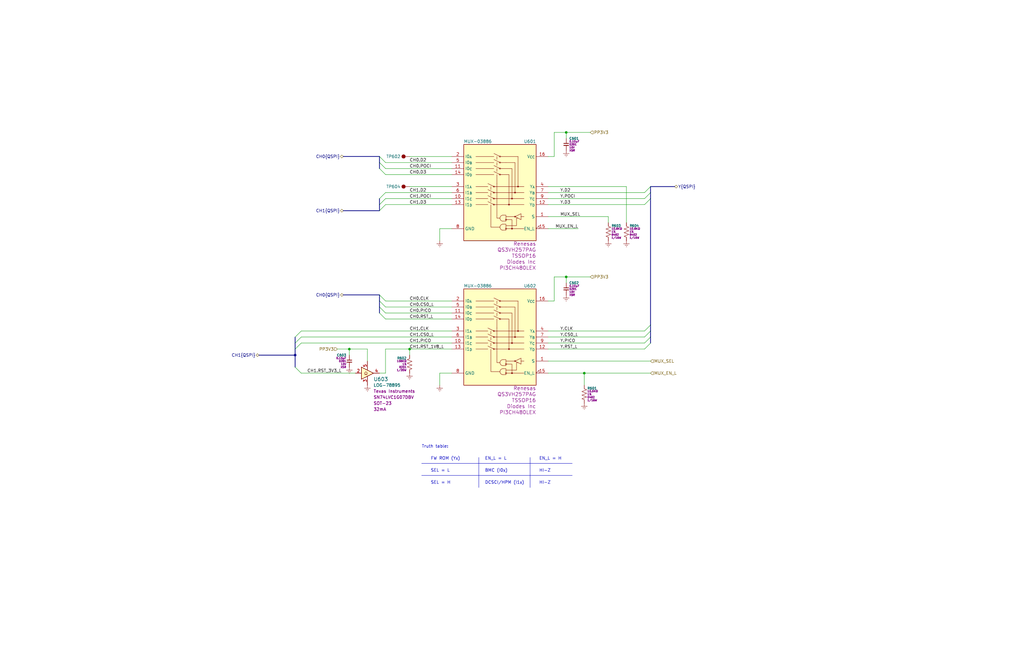
<source format=kicad_sch>
(kicad_sch (version 20231120) (generator "eeschema") (generator_version "8.0")
  (paper "B")
  (title_block (title "${PROJ}") (rev "${REV}") (company "${RPN}") (comment 1 "QSPI MUX"))
  (lib_symbols
    (symbol "Capacitors, ceramic, Murata:CCM-610AA" (pin_numbers hide) (pin_names (offset 0) hide)
      (property "Reference" "C" (at 1.27 2.54 0))
      (property "val" "0.10µF" (at 1.27 1.27 0))
      (property "pkg" "0201" (at 1.27 0 0))
      (property "volt" "10V" (at 1.27 -1.27 0))
      (property "type" "X5R" (at 1.27 -2.54 0))
      (symbol "CCM-610AA_1_1"
        (polyline (pts (xy -1.016 -0.423) (xy 1.016 -0.423)) (stroke (width 0.3302)))
        (polyline (pts (xy -1.016 0.423) (xy 1.016 0.423)) (stroke (width 0.3048)))
        (pin passive line (at 0 2.54 270) (length 2.032) (name "~") (number "1"))
        (pin passive line (at 0 -2.54 90) (length 2.032) (name "~") (number "2"))
      )
    )
    (symbol "Logics:LOG-78895"
      (property "Reference" "U" (at -10.16 8.89 0))
      (property "Value" "LOG-78895" (at 10.16 8.89 0))
      (property "mfr" "Texas Instruments" (at -10.16 -8.89 0))
      (property "mpn" "SN74LVC1G07DBV" (at -10.16 -11.43 0))
      (property "pkg" "SOT-23" (at -10.16 -13.97 0))
      (property "IOL_max" "32mA" (at -10.16 -16.51 0))
      (symbol "LOG-78895_0_1"
        (polyline (pts (xy -1.27 -0.635) (xy 0 -0.635)))
        (polyline (pts (xy -2.54 2.54) (xy -2.54 -2.54) (xy 3.81 0) (xy -2.54 2.54)) (stroke (width 0.254)))
        (polyline (pts (xy -0.635 0.635) (xy -1.27 0) (xy -0.635 -0.635) (xy 0 0) (xy -0.635 0.635)))
      )
      (symbol "LOG-78895_0_2"
        (polyline (pts (xy -1.27 -0.635) (xy 0 -0.635)))
        (polyline (pts (xy -0.635 0.635) (xy -1.27 0) (xy -0.635 -0.635) (xy 0 0) (xy -0.635 0.635)))
      )
      (symbol "LOG-78895_1_1"
        (rectangle (start -10.16 7.62) (end 10.16 -7.62) (fill (type background)))
        (pin no_connect line (at -15.24 5.08 0) (length 5.08) (name "NC") (number "1"))
        (pin input line (at -15.24 0 0) (length 5.08) (name "A") (number "2"))
        (pin power_in line (at -15.24 -5.08 0) (length 5.08) (name "GND") (number "3"))
        (pin open_collector line (at 15.24 0 180) (length 5.08) (name "Y") (number "4"))
        (pin power_in line (at 15.24 5.08 180) (length 5.08) (name "V_{CC}") (number "5"))
      )
      (symbol "LOG-78895_1_2"
        (polyline (pts (xy -2.54 2.54) (xy -2.54 -2.54) (xy 2.54 0) (xy -2.54 2.54)) (stroke (width 0.254)) (fill (type background)))
        (pin no_connect line (at -3.81 0 0) (length 0) hide (name "NC") (number "1"))
        (pin input line (at -5.08 0 0) (length 2.54) (name "A") (number "2"))
        (pin power_in line (at 0 -5.08 90) (length 3.81) (name "GND") (number "3"))
        (pin open_collector line (at 5.08 0 180) (length 2.54) (name "Y") (number "4"))
        (pin power_in line (at 0 5.08 270) (length 3.81) (name "V_{CC}") (number "5"))
      )
    )
    (symbol "Mechanical:TST-01025" (pin_numbers hide) (pin_names (offset 1.016) hide) (in_bom no)
      (property "Reference" "TP" (at 3.81 0 0))
      (symbol "TST-01025_0_1"
        (circle (center 2.54 0) (radius 0.762) (fill (type outline)))
      )
      (symbol "TST-01025_1_1"
        (pin passive line (at 0 0 0) (length 2.54) (name "~") (number "1"))
      )
    )
    (symbol "Mux and analog switches:MUX-03886"
      (property "Reference" "U" (at -15.24 21.59 0))
      (property "Value" "MUX-03886" (at 15.24 21.59 0))
      (property "mfr" "Renesas" (at -15.24 -21.59 0))
      (property "mpn" "QS3VH257PAG" (at -15.24 -24.13 0))
      (property "mfr2" "Diodes Inc" (at -15.24 -29.21 0))
      (property "mpn2" "PI3CH480LEX" (at -15.24 -31.75 0))
      (property "pkg" "TSSOP16" (at -15.24 -26.67 0))
      (symbol "MUX-03886_0_1"
        (rectangle (start -15.24 20.32) (end 15.24 -20.32) (stroke (width 0.254)) (fill (type background)))
        (circle (center -7.62 2.54) (radius 0.254) (fill (type outline)))
        (circle (center -6.35 0) (radius 0.254) (fill (type outline)))
        (circle (center -5.08 -2.54) (radius 0.254) (fill (type outline)))
        (circle (center -3.81 -5.08) (radius 0.254) (fill (type outline)))
        (arc (start -1.27 -15.875) (mid -0.3723 -15.5027) (end 0 -14.605))
        (arc (start -1.27 -12.065) (mid -0.3723 -11.6927) (end 0 -10.795))
        (arc (start 0 -14.605) (mid -0.3724 -13.7074) (end -1.27 -13.335))
        (arc (start 0 -10.795) (mid -0.3724 -9.8974) (end -1.27 -9.525))
        (polyline (pts (xy -10.16 -10.16) (xy -8.89 -10.16)))
        (polyline (pts (xy -6.35 -10.16) (xy -2.54 -10.16)))
        (polyline (pts (xy -6.35 0) (xy -10.16 0)))
        (polyline (pts (xy -2.54 -15.24) (xy -10.16 -15.24)))
        (polyline (pts (xy -7.62 15.24) (xy -7.62 2.54) (xy -10.16 2.54)))
        (polyline (pts (xy -5.08 -15.24) (xy -5.08 -11.43) (xy -2.54 -11.43)))
        (polyline (pts (xy -2.54 12.7) (xy -6.35 12.7) (xy -6.35 0)))
        (polyline (pts (xy -7.62 -10.795) (xy -6.985 -10.795) (xy -6.985 -13.97) (xy -2.54 -13.97)))
        (polyline (pts (xy -1.27 -13.335) (xy -2.54 -13.335) (xy -2.54 -15.875) (xy -1.27 -15.875)))
        (polyline (pts (xy -1.27 -9.525) (xy -2.54 -9.525) (xy -2.54 -12.065) (xy -1.27 -12.065)))
        (polyline (pts (xy 5.08 -3.81) (xy 2.54 -5.08) (xy -3.81 -5.08) (xy -3.81 -5.08)))
        (polyline (pts (xy 5.08 -1.27) (xy 2.54 -2.54) (xy -5.08 -2.54) (xy -5.08 -2.54)))
        (polyline (pts (xy 5.08 1.27) (xy 2.54 0) (xy -6.35 0) (xy -2.54 0)))
        (polyline (pts (xy 5.08 3.81) (xy 2.54 2.54) (xy -1.27 2.54) (xy -7.62 2.54)))
      )
      (symbol "MUX-03886_1_1"
        (circle (center -6.35 -10.16) (radius 0.254))
        (circle (center -5.08 -15.24) (radius 0.254) (fill (type outline)))
        (circle (center -2.54 -15.24) (radius 0.254))
        (circle (center -2.54 -11.43) (radius 0.254))
        (polyline (pts (xy -5.08 -2.54) (xy -10.16 -2.54)))
        (polyline (pts (xy -3.81 -5.08) (xy -10.16 -5.08)))
        (polyline (pts (xy 1.27 7.62) (xy 1.27 3.81)))
        (polyline (pts (xy 1.27 10.16) (xy 1.27 8.89)))
        (polyline (pts (xy 1.27 12.7) (xy 1.27 11.43)))
        (polyline (pts (xy 1.27 15.24) (xy 1.27 13.97)))
        (polyline (pts (xy 3.81 -3.81) (xy 3.81 -2.54)))
        (polyline (pts (xy 3.81 -1.27) (xy 3.81 0)))
        (polyline (pts (xy 3.81 1.27) (xy 3.81 2.54)))
        (polyline (pts (xy 10.16 -5.08) (xy 5.08 -5.08)))
        (polyline (pts (xy 10.16 -2.54) (xy 5.08 -2.54)))
        (polyline (pts (xy 10.16 0) (xy 5.08 0)))
        (polyline (pts (xy 10.16 2.54) (xy 5.08 2.54)))
        (polyline (pts (xy 10.16 7.62) (xy 2.54 7.62)))
        (polyline (pts (xy 10.16 10.16) (xy 2.54 10.16)))
        (polyline (pts (xy 10.16 12.7) (xy 2.54 12.7)))
        (polyline (pts (xy 10.16 15.24) (xy 2.54 15.24)))
        (polyline (pts (xy -7.62 15.24) (xy 0 15.24) (xy 2.54 16.51)))
        (polyline (pts (xy -2.54 12.7) (xy 0 12.7) (xy 2.54 13.97)))
        (polyline (pts (xy 0 -14.605) (xy 3.81 -14.605) (xy 3.81 -5.08)))
        (polyline (pts (xy -6.35 -10.16) (xy -8.89 -8.89) (xy -8.89 -11.43) (xy -6.35 -10.16)))
        (polyline (pts (xy -5.08 -2.54) (xy -5.08 5.08) (xy -5.08 10.16) (xy 0 10.16) (xy 2.54 11.43)))
        (polyline (pts (xy -3.81 -5.08) (xy -3.81 2.54) (xy -3.81 7.62) (xy 0 7.62) (xy 2.54 8.89)))
        (polyline (pts (xy 1.27 3.81) (xy 1.27 -6.35) (xy 1.27 -6.35) (xy 1.27 -10.795) (xy 0 -10.795)))
        (circle (center 0 7.62) (radius 0.254))
        (circle (center 0 10.16) (radius 0.254))
        (circle (center 0 12.7) (radius 0.254))
        (circle (center 0 15.24) (radius 0.254))
        (circle (center 2.54 -5.08) (radius 0.254))
        (circle (center 2.54 -2.54) (radius 0.254))
        (circle (center 2.54 0) (radius 0.254))
        (circle (center 2.54 2.54) (radius 0.254))
        (pin input line (at -20.32 -10.16 0) (length 5.08) (name "S") (number "1"))
        (pin passive line (at 20.32 -2.54 180) (length 5.08) (name "I1_{C}") (number "10"))
        (pin passive line (at 20.32 10.16 180) (length 5.08) (name "I0_{C}") (number "11"))
        (pin passive line (at -20.32 -5.08 0) (length 5.08) (name "Y_{D}") (number "12"))
        (pin passive line (at 20.32 -5.08 180) (length 5.08) (name "I1_{D}") (number "13"))
        (pin passive line (at 20.32 7.62 180) (length 5.08) (name "I0_{D}") (number "14"))
        (pin input input_low (at -20.32 -15.24 0) (length 5.08) (name "EN_L") (number "15"))
        (pin power_in line (at -20.32 15.24 0) (length 5.08) (name "V_{CC}") (number "16"))
        (pin passive line (at 20.32 15.24 180) (length 5.08) (name "I0_{A}") (number "2"))
        (pin passive line (at 20.32 2.54 180) (length 5.08) (name "I1_{A}") (number "3"))
        (pin passive line (at -20.32 2.54 0) (length 5.08) (name "Y_{A}") (number "4"))
        (pin passive line (at 20.32 12.7 180) (length 5.08) (name "I0_{B}") (number "5"))
        (pin passive line (at 20.32 0 180) (length 5.08) (name "I1_{B}") (number "6"))
        (pin passive line (at -20.32 0 0) (length 5.08) (name "Y_{B}") (number "7"))
        (pin power_in line (at 20.32 -15.24 180) (length 5.08) (name "GND") (number "8"))
        (pin passive line (at -20.32 -2.54 0) (length 5.08) (name "Y_{C}") (number "9"))
      )
    )
    (symbol "Power:GND" (power) (pin_names (offset 0)) (in_bom no) (on_board no)
      (symbol "GND_0_1"
        (polyline (pts (xy -0.635 -1.905) (xy 0.635 -1.905)))
        (polyline (pts (xy -0.127 -2.54) (xy 0.127 -2.54)))
        (polyline (pts (xy 0 -1.27) (xy 0 0)))
        (polyline (pts (xy 1.27 -1.27) (xy -1.27 -1.27)))
      )
      (symbol "GND_1_1"
        (pin power_in line (at 0 0 270) (length 0) hide (name "GND") (number "1"))
      )
    )
    (symbol "Resistors:RES-5100B" (pin_numbers hide) (pin_names (offset 0) hide)
      (property "Reference" "R" (at 1.27 2.54 0))
      (property "val" "10.0KΩ" (at 1.27 1.27 0))
      (property "tol" "1%" (at 1.27 0 0))
      (property "pkg" "0402" (at 1.27 -1.27 0))
      (property "pwr" "1/16W" (at 1.27 -2.54 0))
      (symbol "RES-5100B_1_1"
        (polyline (pts (xy 0 -2.286) (xy 0 -2.54)))
        (polyline (pts (xy 0 2.286) (xy 0 2.54)))
        (polyline (pts (xy 0 -0.762) (xy 1.016 -1.143) (xy 0 -1.524) (xy -1.016 -1.905) (xy 0 -2.286)))
        (polyline (pts (xy 0 0.762) (xy 1.016 0.381) (xy 0 0) (xy -1.016 -0.381) (xy 0 -0.762)))
        (polyline (pts (xy 0 2.286) (xy 1.016 1.905) (xy 0 1.524) (xy -1.016 1.143) (xy 0 0.762)))
        (pin passive line (at 0 3.81 270) (length 1.27) (name "~") (number "1"))
        (pin passive line (at 0 -3.81 90) (length 1.27) (name "~") (number "2"))
      )
    )
    (symbol "Resistors:RES-6100A" (pin_numbers hide) (pin_names (offset 0) hide)
      (property "Reference" "R" (at 1.27 2.54 0))
      (property "val" "100KΩ" (at 1.27 1.27 0))
      (property "tol" "1%" (at 1.27 0 0))
      (property "pkg" "0201" (at 1.27 -1.27 0))
      (property "pwr" "1/20W" (at 1.27 -2.54 0))
      (symbol "RES-6100A_1_1"
        (polyline (pts (xy 0 -2.286) (xy 0 -2.54)))
        (polyline (pts (xy 0 2.286) (xy 0 2.54)))
        (polyline (pts (xy 0 -0.762) (xy 1.016 -1.143) (xy 0 -1.524) (xy -1.016 -1.905) (xy 0 -2.286)))
        (polyline (pts (xy 0 0.762) (xy 1.016 0.381) (xy 0 0) (xy -1.016 -0.381) (xy 0 -0.762)))
        (polyline (pts (xy 0 2.286) (xy 1.016 1.905) (xy 0 1.524) (xy -1.016 1.143) (xy 0 0.762)))
        (pin passive line (at 0 3.81 270) (length 1.27) (name "~") (number "1"))
        (pin passive line (at 0 -3.81 90) (length 1.27) (name "~") (number "2"))
      )
    )
  )
  (junction (at 246.38 157.48))
  (junction (at 172.72 147.32))
  (junction (at 238.76 55.88))
  (junction (at 238.76 116.84))
  (junction (at 147.32 147.32))
  (junction (at 124.46 149.86))
  (bus_entry (at 162.56 127) (size -2.54 -2.54))
  (bus_entry (at 124.46 144.78) (size 2.54 -2.54))
  (bus_entry (at 271.78 86.36) (size 2.54 -2.54))
  (bus_entry (at 162.56 68.58) (size -2.54 -2.54))
  (bus_entry (at 124.46 154.94) (size 2.54 2.54))
  (bus_entry (at 271.78 81.28) (size 2.54 -2.54))
  (bus_entry (at 160.02 129.54) (size 2.54 2.54))
  (bus_entry (at 274.32 142.24) (size -2.54 2.54))
  (bus_entry (at 162.56 129.54) (size -2.54 -2.54))
  (bus_entry (at 162.56 134.62) (size -2.54 -2.54))
  (bus_entry (at 160.02 83.82) (size 2.54 -2.54))
  (bus_entry (at 124.46 147.32) (size 2.54 -2.54))
  (bus_entry (at 124.46 142.24) (size 2.54 -2.54))
  (bus_entry (at 271.78 147.32) (size 2.54 -2.54))
  (bus_entry (at 271.78 142.24) (size 2.54 -2.54))
  (bus_entry (at 160.02 88.9) (size 2.54 -2.54))
  (bus_entry (at 271.78 83.82) (size 2.54 -2.54))
  (bus_entry (at 271.78 139.7) (size 2.54 -2.54))
  (bus_entry (at 162.56 73.66) (size -2.54 -2.54))
  (bus_entry (at 160.02 86.36) (size 2.54 -2.54))
  (bus_entry (at 162.56 71.12) (size -2.54 -2.54))
  (bus (pts (xy 274.32 139.7) (xy 274.32 142.24)))
  (bus (pts (xy 160.02 83.82) (xy 160.02 86.36)))
  (wire (pts (xy 231.14 86.36) (xy 271.78 86.36)))
  (wire (pts (xy 246.38 157.48) (xy 274.32 157.48)))
  (wire (pts (xy 162.56 147.32) (xy 162.56 157.48)))
  (bus (pts (xy 160.02 86.36) (xy 160.02 88.9)))
  (wire (pts (xy 233.68 55.88) (xy 238.76 55.88)))
  (polyline (pts (xy 201.93 193.04) (xy 201.93 205.74)))
  (wire (pts (xy 162.56 81.28) (xy 190.5 81.28)))
  (bus (pts (xy 274.32 78.74) (xy 274.32 81.28)))
  (wire (pts (xy 231.14 152.4) (xy 274.32 152.4)))
  (wire (pts (xy 238.76 116.84) (xy 248.92 116.84)))
  (wire (pts (xy 172.72 147.32) (xy 190.5 147.32)))
  (bus (pts (xy 144.78 66.04) (xy 160.02 66.04)))
  (bus (pts (xy 124.46 142.24) (xy 124.46 144.78)))
  (wire (pts (xy 238.76 116.84) (xy 238.76 119.38)))
  (wire (pts (xy 231.14 83.82) (xy 271.78 83.82)))
  (wire (pts (xy 233.68 55.88) (xy 233.68 66.04)))
  (wire (pts (xy 185.42 157.48) (xy 185.42 162.56)))
  (bus (pts (xy 144.78 88.9) (xy 160.02 88.9)))
  (wire (pts (xy 162.56 86.36) (xy 190.5 86.36)))
  (wire (pts (xy 256.54 91.44) (xy 256.54 93.98)))
  (wire (pts (xy 162.56 129.54) (xy 190.5 129.54)))
  (wire (pts (xy 147.32 147.32) (xy 154.94 147.32)))
  (wire (pts (xy 238.76 55.88) (xy 248.92 55.88)))
  (wire (pts (xy 154.94 147.32) (xy 154.94 152.4)))
  (wire (pts (xy 233.68 116.84) (xy 233.68 127)))
  (bus (pts (xy 274.32 81.28) (xy 274.32 83.82)))
  (wire (pts (xy 162.56 127) (xy 190.5 127)))
  (wire (pts (xy 162.56 147.32) (xy 172.72 147.32)))
  (wire (pts (xy 142.24 147.32) (xy 147.32 147.32)))
  (wire (pts (xy 172.72 78.74) (xy 190.5 78.74)))
  (wire (pts (xy 264.16 78.74) (xy 264.16 93.98)))
  (bus (pts (xy 274.32 137.16) (xy 274.32 139.7)))
  (bus (pts (xy 160.02 68.58) (xy 160.02 71.12)))
  (wire (pts (xy 231.14 127) (xy 233.68 127)))
  (wire (pts (xy 162.56 83.82) (xy 190.5 83.82)))
  (bus (pts (xy 160.02 127) (xy 160.02 129.54)))
  (wire (pts (xy 231.14 91.44) (xy 256.54 91.44)))
  (wire (pts (xy 231.14 144.78) (xy 271.78 144.78)))
  (bus (pts (xy 274.32 78.74) (xy 284.48 78.74)))
  (wire (pts (xy 231.14 157.48) (xy 246.38 157.48)))
  (wire (pts (xy 127 139.7) (xy 190.5 139.7)))
  (wire (pts (xy 147.32 147.32) (xy 147.32 149.86)))
  (wire (pts (xy 162.56 68.58) (xy 190.5 68.58)))
  (wire (pts (xy 127 157.48) (xy 149.86 157.48)))
  (bus (pts (xy 109.22 149.86) (xy 124.46 149.86)))
  (wire (pts (xy 185.42 96.52) (xy 185.42 101.6)))
  (wire (pts (xy 231.14 81.28) (xy 271.78 81.28)))
  (polyline (pts (xy 177.8 200.66) (xy 241.3 200.66)))
  (wire (pts (xy 160.02 157.48) (xy 162.56 157.48)))
  (bus (pts (xy 274.32 83.82) (xy 274.32 137.16)))
  (wire (pts (xy 233.68 116.84) (xy 238.76 116.84)))
  (wire (pts (xy 231.14 96.52) (xy 243.84 96.52)))
  (wire (pts (xy 127 144.78) (xy 190.5 144.78)))
  (wire (pts (xy 172.72 66.04) (xy 190.5 66.04)))
  (wire (pts (xy 231.14 142.24) (xy 271.78 142.24)))
  (bus (pts (xy 274.32 142.24) (xy 274.32 144.78)))
  (bus (pts (xy 124.46 149.86) (xy 124.46 154.94)))
  (wire (pts (xy 231.14 78.74) (xy 264.16 78.74)))
  (wire (pts (xy 246.38 157.48) (xy 246.38 162.56)))
  (wire (pts (xy 185.42 96.52) (xy 190.5 96.52)))
  (wire (pts (xy 162.56 73.66) (xy 190.5 73.66)))
  (polyline (pts (xy 223.52 193.04) (xy 223.52 205.74)))
  (bus (pts (xy 144.78 124.46) (xy 160.02 124.46)))
  (wire (pts (xy 238.76 55.88) (xy 238.76 58.42)))
  (wire (pts (xy 231.14 139.7) (xy 271.78 139.7)))
  (wire (pts (xy 185.42 157.48) (xy 190.5 157.48)))
  (bus (pts (xy 124.46 144.78) (xy 124.46 147.32)))
  (bus (pts (xy 160.02 129.54) (xy 160.02 132.08)))
  (bus (pts (xy 160.02 66.04) (xy 160.02 68.58)))
  (bus (pts (xy 160.02 124.46) (xy 160.02 127)))
  (wire (pts (xy 162.56 132.08) (xy 190.5 132.08)))
  (bus (pts (xy 124.46 147.32) (xy 124.46 149.86)))
  (wire (pts (xy 231.14 66.04) (xy 233.68 66.04)))
  (wire (pts (xy 127 142.24) (xy 190.5 142.24)))
  (wire (pts (xy 162.56 134.62) (xy 190.5 134.62)))
  (wire (pts (xy 162.56 71.12) (xy 190.5 71.12)))
  (wire (pts (xy 172.72 147.32) (xy 172.72 149.86)))
  (polyline (pts (xy 177.8 195.58) (xy 241.3 195.58)))
  (wire (pts (xy 231.14 147.32) (xy 271.78 147.32)))
  (text "Truth table:" (at 177.8 189.23 0) (effects (font (size 1.27 1.27)) (justify left bottom)))
  (text "SEL = L" (at 181.61 199.39 0) (effects (font (size 1.27 1.27)) (justify left bottom)))
  (text "EN_L = L" (at 204.47 194.31 0) (effects (font (size 1.27 1.27)) (justify left bottom)))
  (text "FW ROM (Y_{X})" (at 181.61 194.31 0) (effects (font (size 1.27 1.27)) (justify left bottom)))
  (text "HI-Z" (at 227.33 199.39 0) (effects (font (size 1.27 1.27)) (justify left bottom)))
  (text "SEL = H" (at 181.61 204.47 0) (effects (font (size 1.27 1.27)) (justify left bottom)))
  (text "DCSCI/HPM (I1_{X})" (at 204.47 204.47 0) (effects (font (size 1.27 1.27)) (justify left bottom)))
  (text "EN_L = H" (at 227.33 194.31 0) (effects (font (size 1.27 1.27)) (justify left bottom)))
  (text "BMC (I0_{X})" (at 204.47 199.39 0) (effects (font (size 1.27 1.27)) (justify left bottom)))
  (text "HI-Z" (at 227.33 204.47 0) (effects (font (size 1.27 1.27)) (justify left bottom)))
  (label "CH0.D2" (at 172.72 68.58 0))
  (label "CH0.POCI" (at 172.72 71.12 0))
  (label "CH1.RST_1V8_L" (at 172.72 147.32 0))
  (label "CH1.RST_3V3_L" (at 129.54 157.48 0))
  (label "Y.POCI" (at 236.22 83.82 0))
  (label "Y.CS0_L" (at 236.22 142.24 0))
  (label "CH1.D2" (at 172.72 81.28 0))
  (label "CH1.D3" (at 172.72 86.36 0))
  (label "CH0.CLK" (at 172.72 127 0))
  (label "Y.D3" (at 236.22 86.36 0))
  (label "MUX_SEL" (at 236.22 91.44 0))
  (label "Y.RST_L" (at 236.22 147.32 0))
  (label "CH0.D3" (at 172.72 73.66 0))
  (label "CH1.CS0_L" (at 172.72 142.24 0))
  (label "MUX_EN_L" (at 243.84 96.52 180))
  (label "Y.CLK" (at 236.22 139.7 0))
  (label "CH0.CS0_L" (at 172.72 129.54 0))
  (label "CH0.RST_L" (at 172.72 134.62 0))
  (label "CH1.CLK" (at 172.72 139.7 0))
  (label "CH1.POCI" (at 172.72 83.82 0))
  (label "Y.PICO" (at 236.22 144.78 0))
  (label "Y.D2" (at 236.22 81.28 0))
  (label "CH0.PICO" (at 172.72 132.08 0))
  (label "CH1.PICO" (at 172.72 144.78 0))
  (hierarchical_label "MUX_EN_L" (shape input) (at 274.32 157.48 0))
  (hierarchical_label "PP3V3" (shape input) (at 248.92 116.84 0))
  (hierarchical_label "CH0{QSPI}" (shape bidirectional) (at 144.78 66.04 180))
  (hierarchical_label "PP3V3" (shape input) (at 142.24 147.32 180))
  (hierarchical_label "MUX_SEL" (shape input) (at 274.32 152.4 0))
  (hierarchical_label "PP3V3" (shape input) (at 248.92 55.88 0))
  (hierarchical_label "Y{QSPI}" (shape bidirectional) (at 284.48 78.74 0))
  (hierarchical_label "CH0{QSPI}" (shape bidirectional) (at 144.78 124.46 180))
  (hierarchical_label "CH1{QSPI}" (shape bidirectional) (at 109.22 149.86 180))
  (hierarchical_label "CH1{QSPI}" (shape bidirectional) (at 144.78 88.9 180))
  (symbol (lib_id "Power:GND") (at 154.94 162.56 0) (unit 1) (in_bom no) (on_board no)
    (property "Reference" "#PWR0606" (effects (hide yes)))
    (property "Value" "GND" (effects (hide yes)))
    (property "Description" "Power symbol creates a global label with name \"GND\"" (effects (hide yes)))
  )
  (symbol (lib_id "Power:GND") (at 264.16 101.6 0) (unit 1) (in_bom no) (on_board no)
    (property "Reference" "#PWR0608" (effects (hide yes)))
    (property "Value" "GND" (effects (hide yes)))
    (property "Description" "Power symbol creates a global label with name \"GND\"" (effects (hide yes)))
  )
  (symbol (lib_id "Power:GND") (at 238.76 124.46 0) (unit 1) (in_bom no) (on_board no)
    (property "Reference" "#PWR0604" (effects (hide yes)))
    (property "Value" "GND" (effects (hide yes)))
    (property "Description" "Power symbol creates a global label with name \"GND\"" (effects (hide yes)))
  )
  (symbol (lib_id "Power:GND") (at 185.42 101.6 0) (unit 1) (in_bom no) (on_board no)
    (property "Reference" "#PWR0601" (effects (hide yes)))
    (property "Value" "GND" (effects (hide yes)))
    (property "Description" "Power symbol creates a global label with name \"GND\"" (effects (hide yes)))
  )
  (symbol (lib_id "Resistors:RES-6100A") (at 172.72 153.67 0) (mirror y) (unit 1)
    (property "Reference" "R602" (at 171.45 151.13 0) (effects (font (size 1 1)) (justify left)))
    (property "Value" "RES-6100A" (effects (hide yes)))
    (property "Description" "RES, 100KΩ, 1%, 0201, 1/20W, <50V, 0.26mm" (effects (hide yes)))
    (property "val" "100KΩ" (at 171.45 152.4 0) (effects (font (size 0.8 0.8)) (justify left)))
    (property "tol" "1%" (at 171.45 153.67 0) (effects (font (size 0.8 0.8)) (justify left)))
    (property "Sim.Device" "R" (effects (hide yes)))
    (property "pkg" "0201" (at 171.45 154.94 0) (effects (font (size 0.8 0.8)) (justify left)))
    (property "Sim.Pins" "1=+ 2=-" (effects (hide yes)))
    (property "pwr" "1/20W" (at 171.45 156.21 0) (effects (font (size 0.8 0.8)) (justify left)))
    (property "Sim.Params" "r=\"${val}\"" (effects (hide yes)))
    (property "height" "0.26mm" (effects (hide yes)))
  )
  (symbol (lib_id "Resistors:RES-5100B") (at 256.54 97.79 0) (unit 1)
    (property "Reference" "R603" (at 257.81 95.25 0) (effects (font (size 1 1)) (justify left)))
    (property "Value" "RES-5100B" (effects (hide yes)))
    (property "Description" "RES, 10.0KΩ, 1%, 0402, 1/16W, <100V, 0.40mm" (effects (hide yes)))
    (property "val" "10.0KΩ" (at 257.81 96.52 0) (effects (font (size 0.8 0.8)) (justify left)))
    (property "tol" "1%" (at 257.81 97.79 0) (effects (font (size 0.8 0.8)) (justify left)))
    (property "Sim.Device" "R" (effects (hide yes)))
    (property "pkg" "0402" (at 257.81 99.06 0) (effects (font (size 0.8 0.8)) (justify left)))
    (property "Sim.Pins" "1=+ 2=-" (effects (hide yes)))
    (property "pwr" "1/16W" (at 257.81 100.33 0) (effects (font (size 0.8 0.8)) (justify left)))
    (property "Sim.Params" "r=\"${val}\"" (effects (hide yes)))
    (property "height" "0.40mm" (effects (hide yes)))
  )
  (symbol (lib_id "Capacitors, ceramic, Murata:CCM-610AA") (at 238.76 60.96 0) (unit 1)
    (property "Reference" "C601" (at 240.03 58.42 0) (effects (font (size 1 1)) (justify left)))
    (property "Value" "CCM-610AA" (effects (hide yes)))
    (property "Description" "CAP, ceramic, 0.10µF, 0201, 10V, ±20%, X5R, 0.33 mm" (effects (hide yes)))
    (property "val" "0.10µF" (at 240.03 59.69 0) (effects (font (size 0.8 0.8)) (justify left)))
    (property "pkg" "0201" (at 240.03 60.96 0) (effects (font (size 0.8 0.8)) (justify left)))
    (property "mfr" "Murata" (effects (hide yes)))
    (property "volt" "10V" (at 240.03 62.23 0) (effects (font (size 0.8 0.8)) (justify left)))
    (property "Sim.Pins" "1=+ 2=-" (effects (hide yes)))
    (property "Sim.Device" "C" (effects (hide yes)))
    (property "type" "X5R" (at 240.03 63.5 0) (effects (font (size 0.8 0.8)) (justify left)))
    (property "Sim.Params" "c=${val}" (effects (hide yes)))
    (property "tol" "±20%" (effects (hide yes)))
    (property "height" "0.33mm" (effects (hide yes)))
    (property "mpn" "GRM033R61A104ME15" (effects (hide yes)))
  )
  (symbol (lib_id "Capacitors, ceramic, Murata:CCM-610AA") (at 238.76 121.92 0) (unit 1)
    (property "Reference" "C602" (at 240.03 119.38 0) (effects (font (size 1 1)) (justify left)))
    (property "Value" "CCM-610AA" (effects (hide yes)))
    (property "Description" "CAP, ceramic, 0.10µF, 0201, 10V, ±20%, X5R, 0.33 mm" (effects (hide yes)))
    (property "val" "0.10µF" (at 240.03 120.65 0) (effects (font (size 0.8 0.8)) (justify left)))
    (property "pkg" "0201" (at 240.03 121.92 0) (effects (font (size 0.8 0.8)) (justify left)))
    (property "mfr" "Murata" (effects (hide yes)))
    (property "volt" "10V" (at 240.03 123.19 0) (effects (font (size 0.8 0.8)) (justify left)))
    (property "Sim.Pins" "1=+ 2=-" (effects (hide yes)))
    (property "Sim.Device" "C" (effects (hide yes)))
    (property "type" "X5R" (at 240.03 124.46 0) (effects (font (size 0.8 0.8)) (justify left)))
    (property "Sim.Params" "c=${val}" (effects (hide yes)))
    (property "tol" "±20%" (effects (hide yes)))
    (property "height" "0.33mm" (effects (hide yes)))
    (property "mpn" "GRM033R61A104ME15" (effects (hide yes)))
  )
  (symbol (lib_id "Mechanical:TST-01025") (at 172.72 78.74 0) (mirror y) (unit 1) (in_bom no)
    (property "Reference" "TP604" (at 168.91 78.74 0) (effects (justify left)))
    (property "Value" "TST-01025" (effects (hide yes)))
    (property "Description" "Test point, 25mils" (effects (hide yes)))
  )
  (symbol (lib_id "Mux and analog switches:MUX-03886") (at 210.82 81.28 0) (mirror y) (unit 1)
    (property "Reference" "U601" (at 226.06 59.69 0) (effects (justify left)))
    (property "Value" "MUX-03886" (at 195.58 59.69 0) (effects (justify right)))
    (property "Datasheet" "https://www.renesas.com/us/en/document/dst/qs3vh257-datasheet" (effects (hide yes)))
    (property "Description" "IC, 2.4V/3.3V, Quad 2:1 MUX/deMUX switch, 500MHz BW, TSSOP16" (effects (hide yes)))
    (property "Datasheet2" "https://www.diodes.com/assets/Datasheets/PI3CH480.pdf" (effects (hide yes)))
    (property "mfr" "Renesas" (at 226.06 102.87 0) (effects (font (size 1.524 1.524)) (justify left)))
    (property "mpn" "QS3VH257PAG" (at 226.06 105.41 0) (effects (font (size 1.524 1.524)) (justify left)))
    (property "mfr2" "Diodes Inc" (at 226.06 110.49 0) (effects (font (size 1.524 1.524)) (justify left)))
    (property "mpn2" "PI3CH480LEX" (at 226.06 113.03 0) (effects (font (size 1.524 1.524)) (justify left)))
    (property "pkg" "TSSOP16" (at 226.06 107.95 0) (effects (font (size 1.524 1.524)) (justify left)))
    (property "height" "1.2mm" (effects (hide yes)))
    (property "func_ch" ".*A;.*B;[YI].*C;[YI].*D" (effects (hide yes)))
  )
  (symbol (lib_id "Capacitors, ceramic, Murata:CCM-610AA") (at 147.32 152.4 0) (mirror y) (unit 1)
    (property "Reference" "C603" (at 146.05 149.86 0) (effects (font (size 1 1)) (justify left)))
    (property "Value" "CCM-610AA" (effects (hide yes)))
    (property "Description" "CAP, ceramic, 0.10µF, 0201, 10V, ±20%, X5R, 0.33 mm" (effects (hide yes)))
    (property "val" "0.10µF" (at 146.05 151.13 0) (effects (font (size 0.8 0.8)) (justify left)))
    (property "pkg" "0201" (at 146.05 152.4 0) (effects (font (size 0.8 0.8)) (justify left)))
    (property "mfr" "Murata" (effects (hide yes)))
    (property "volt" "10V" (at 146.05 153.67 0) (effects (font (size 0.8 0.8)) (justify left)))
    (property "Sim.Pins" "1=+ 2=-" (effects (hide yes)))
    (property "Sim.Device" "C" (effects (hide yes)))
    (property "type" "X5R" (at 146.05 154.94 0) (effects (font (size 0.8 0.8)) (justify left)))
    (property "Sim.Params" "c=${val}" (effects (hide yes)))
    (property "tol" "±20%" (effects (hide yes)))
    (property "height" "0.33mm" (effects (hide yes)))
    (property "mpn" "GRM033R61A104ME15" (effects (hide yes)))
  )
  (symbol (lib_id "Power:GND") (at 172.72 157.48 0) (mirror y) (unit 1) (in_bom no) (on_board no)
    (property "Reference" "#PWR0610" (effects (hide yes)))
    (property "Value" "GND" (effects (hide yes)))
    (property "Description" "Power symbol creates a global label with name \"GND\"" (effects (hide yes)))
  )
  (symbol (lib_id "Power:GND") (at 185.42 162.56 0) (unit 1) (in_bom no) (on_board no)
    (property "Reference" "#PWR0602" (effects (hide yes)))
    (property "Value" "GND" (effects (hide yes)))
    (property "Description" "Power symbol creates a global label with name \"GND\"" (effects (hide yes)))
  )
  (symbol (lib_id "Power:GND") (at 246.38 170.18 0) (unit 1) (in_bom no) (on_board no)
    (property "Reference" "#PWR0605" (effects (hide yes)))
    (property "Value" "GND" (effects (hide yes)))
    (property "Description" "Power symbol creates a global label with name \"GND\"" (effects (hide yes)))
  )
  (symbol (lib_id "Power:GND") (at 256.54 101.6 0) (unit 1) (in_bom no) (on_board no)
    (property "Reference" "#PWR0607" (effects (hide yes)))
    (property "Value" "GND" (effects (hide yes)))
    (property "Description" "Power symbol creates a global label with name \"GND\"" (effects (hide yes)))
  )
  (symbol (lib_id "Mux and analog switches:MUX-03886") (at 210.82 142.24 0) (mirror y) (unit 1)
    (property "Reference" "U602" (at 226.06 120.65 0) (effects (justify left)))
    (property "Value" "MUX-03886" (at 195.58 120.65 0) (effects (justify right)))
    (property "Datasheet" "https://www.renesas.com/us/en/document/dst/qs3vh257-datasheet" (effects (hide yes)))
    (property "Description" "IC, 2.4V/3.3V, Quad 2:1 MUX/deMUX switch, 500MHz BW, TSSOP16" (effects (hide yes)))
    (property "Datasheet2" "https://www.diodes.com/assets/Datasheets/PI3CH480.pdf" (effects (hide yes)))
    (property "mfr" "Renesas" (at 226.06 163.83 0) (effects (font (size 1.524 1.524)) (justify left)))
    (property "mpn" "QS3VH257PAG" (at 226.06 166.37 0) (effects (font (size 1.524 1.524)) (justify left)))
    (property "mfr2" "Diodes Inc" (at 226.06 171.45 0) (effects (font (size 1.524 1.524)) (justify left)))
    (property "mpn2" "PI3CH480LEX" (at 226.06 173.99 0) (effects (font (size 1.524 1.524)) (justify left)))
    (property "pkg" "TSSOP16" (at 226.06 168.91 0) (effects (font (size 1.524 1.524)) (justify left)))
    (property "height" "1.2mm" (effects (hide yes)))
    (property "func_ch" ".*A;.*B;[YI].*C;[YI].*D" (effects (hide yes)))
  )
  (symbol (lib_id "Logics:LOG-78895") (at 154.94 157.48 0) (unit 1) (convert 2)
    (property "Reference" "U603" (at 157.48 160.02 0) (effects (font (size 1.524 1.524)) (justify left)))
    (property "Value" "LOG-78895" (at 157.48 162.56 0) (effects (justify left)))
    (property "Datasheet" "https://www.ti.com/lit/ds/symlink/sn74lvc1g07.pdf" (effects (hide yes)))
    (property "Description" "IC, Single Buffer, 1.65-5.5Vcc, Open-drain output" (effects (hide yes)))
    (property "mfr" "Texas Instruments" (at 157.48 165.1 0) (effects (justify left)))
    (property "mpn" "SN74LVC1G07DBV" (at 157.48 167.64 0) (effects (justify left)))
    (property "pkg" "SOT-23" (at 157.48 170.18 0) (effects (justify left)))
    (property "height" "1.45mm" (effects (hide yes)))
    (property "IOL_max" "32mA" (at 157.48 172.72 0) (effects (justify left)))
  )
  (symbol (lib_id "Resistors:RES-5100B") (at 264.16 97.79 0) (unit 1)
    (property "Reference" "R604" (at 265.43 95.25 0) (effects (font (size 1 1)) (justify left)))
    (property "Value" "RES-5100B" (effects (hide yes)))
    (property "Description" "RES, 10.0KΩ, 1%, 0402, 1/16W, <100V, 0.40mm" (effects (hide yes)))
    (property "val" "10.0KΩ" (at 265.43 96.52 0) (effects (font (size 0.8 0.8)) (justify left)))
    (property "tol" "1%" (at 265.43 97.79 0) (effects (font (size 0.8 0.8)) (justify left)))
    (property "Sim.Device" "R" (effects (hide yes)))
    (property "pkg" "0402" (at 265.43 99.06 0) (effects (font (size 0.8 0.8)) (justify left)))
    (property "Sim.Pins" "1=+ 2=-" (effects (hide yes)))
    (property "pwr" "1/16W" (at 265.43 100.33 0) (effects (font (size 0.8 0.8)) (justify left)))
    (property "Sim.Params" "r=\"${val}\"" (effects (hide yes)))
    (property "height" "0.40mm" (effects (hide yes)))
  )
  (symbol (lib_id "Power:GND") (at 147.32 154.94 0) (mirror y) (unit 1) (in_bom no) (on_board no)
    (property "Reference" "#PWR0609" (effects (hide yes)))
    (property "Value" "GND" (effects (hide yes)))
    (property "Description" "Power symbol creates a global label with name \"GND\"" (effects (hide yes)))
  )
  (symbol (lib_id "Resistors:RES-5100B") (at 246.38 166.37 0) (unit 1)
    (property "Reference" "R601" (at 247.65 163.83 0) (effects (font (size 1 1)) (justify left)))
    (property "Value" "RES-5100B" (effects (hide yes)))
    (property "Description" "RES, 10.0KΩ, 1%, 0402, 1/16W, <100V, 0.40mm" (effects (hide yes)))
    (property "val" "10.0KΩ" (at 247.65 165.1 0) (effects (font (size 0.8 0.8)) (justify left)))
    (property "tol" "1%" (at 247.65 166.37 0) (effects (font (size 0.8 0.8)) (justify left)))
    (property "Sim.Device" "R" (effects (hide yes)))
    (property "pkg" "0402" (at 247.65 167.64 0) (effects (font (size 0.8 0.8)) (justify left)))
    (property "Sim.Pins" "1=+ 2=-" (effects (hide yes)))
    (property "pwr" "1/16W" (at 247.65 168.91 0) (effects (font (size 0.8 0.8)) (justify left)))
    (property "Sim.Params" "r=\"${val}\"" (effects (hide yes)))
    (property "height" "0.40mm" (effects (hide yes)))
  )
  (symbol (lib_id "Mechanical:TST-01025") (at 172.72 66.04 0) (mirror y) (unit 1) (in_bom no)
    (property "Reference" "TP602" (at 168.91 66.04 0) (effects (justify left)))
    (property "Value" "TST-01025" (effects (hide yes)))
    (property "Description" "Test point, 25mils" (effects (hide yes)))
  )
  (symbol (lib_id "Power:GND") (at 238.76 63.5 0) (unit 1) (in_bom no) (on_board no)
    (property "Reference" "#PWR0603" (effects (hide yes)))
    (property "Value" "GND" (effects (hide yes)))
    (property "Description" "Power symbol creates a global label with name \"GND\"" (effects (hide yes)))
  )
)
</source>
